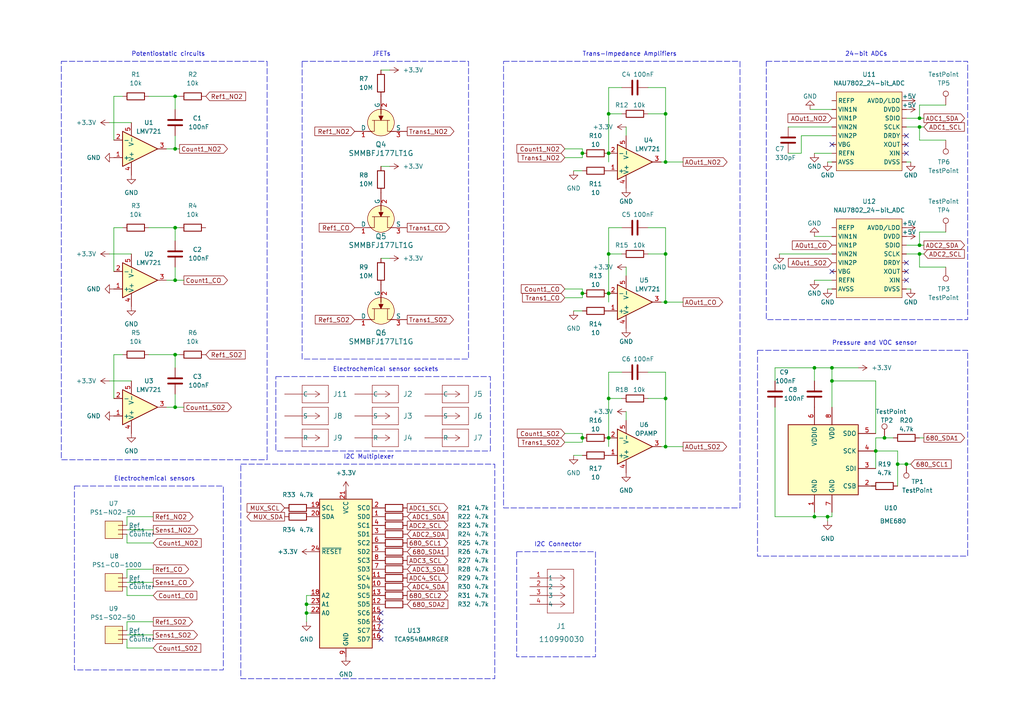
<source format=kicad_sch>
(kicad_sch (version 20230121) (generator eeschema)
  (paper "A4")
  (junction (at 176.53 44.45))
  (junction (at 193.04 115.57))
  (junction (at 256.54 127))
  (junction (at 193.04 129.54))
  (junction (at 262.89 134.62))
  (junction (at 193.04 73.66))
  (junction (at 88.9 177.8))
  (junction (at 241.3 106.68))
  (junction (at 88.9 175.26))
  (junction (at 266.7 34.29))
  (junction (at 240.03 149.86))
  (junction (at 168.91 127))
  (junction (at 50.8 43.18))
  (junction (at 254 130.81))
  (junction (at 50.8 81.28))
  (junction (at 236.22 106.68))
  (junction (at 260.35 134.62))
  (junction (at 176.53 73.66))
  (junction (at 50.8 102.87))
  (junction (at 266.7 71.12))
  (junction (at 236.22 149.86))
  (junction (at 193.04 87.63))
  (junction (at 168.91 85.09))
  (junction (at 266.7 36.83))
  (junction (at 50.8 66.04))
  (junction (at 193.04 33.02))
  (junction (at 176.53 127))
  (junction (at 176.53 115.57))
  (junction (at 50.8 27.94))
  (junction (at 50.8 118.11))
  (junction (at 168.91 44.45))
  (junction (at 176.53 85.09))
  (junction (at 266.7 73.66))
  (junction (at 193.04 46.99))
  (junction (at 241.3 110.49))
  (junction (at 176.53 33.02))
  (no_connect (at 241.3 78.74))
  (no_connect (at 262.89 78.74))
  (no_connect (at 262.89 81.28))
  (no_connect (at 262.89 76.2))
  (no_connect (at 262.89 39.37))
  (no_connect (at 241.3 41.91))
  (no_connect (at 262.89 41.91))
  (no_connect (at 262.89 44.45))
  (no_connect (at 110.49 177.8))
  (no_connect (at 110.49 182.88))
  (no_connect (at 110.49 185.42))
  (no_connect (at 110.49 180.34))
  (wire (pts (xy 266.7 36.83) (xy 262.89 36.83)))
  (wire (pts (xy 50.8 66.04) (xy 50.8 69.85)))
  (wire (pts (xy 36.83 184.15) (xy 44.45 184.15)))
  (wire (pts (xy 176.53 115.57) (xy 180.34 115.57)))
  (wire (pts (xy 191.77 87.63) (xy 193.04 87.63)))
  (wire (pts (xy 36.83 153.67) (xy 44.45 153.67)))
  (wire (pts (xy 266.7 71.12) (xy 266.7 67.31)))
  (wire (pts (xy 33.02 66.04) (xy 35.56 66.04)))
  (wire (pts (xy 163.83 45.72) (xy 168.91 45.72)))
  (wire (pts (xy 50.8 27.94) (xy 52.07 27.94)))
  (wire (pts (xy 266.7 77.47) (xy 266.7 73.66)))
  (wire (pts (xy 33.02 102.87) (xy 35.56 102.87)))
  (wire (pts (xy 163.83 86.36) (xy 168.91 86.36)))
  (wire (pts (xy 266.7 73.66) (xy 262.89 73.66)))
  (wire (pts (xy 193.04 46.99) (xy 198.12 46.99)))
  (wire (pts (xy 33.02 115.57) (xy 33.02 102.87)))
  (wire (pts (xy 254 127) (xy 256.54 127)))
  (wire (pts (xy 88.9 172.72) (xy 88.9 175.26)))
  (wire (pts (xy 180.34 66.04) (xy 176.53 66.04)))
  (wire (pts (xy 266.7 30.48) (xy 274.32 30.48)))
  (wire (pts (xy 50.8 102.87) (xy 50.8 106.68)))
  (wire (pts (xy 36.83 154.94) (xy 36.83 157.48)))
  (wire (pts (xy 266.7 34.29) (xy 262.89 34.29)))
  (wire (pts (xy 50.8 118.11) (xy 53.34 118.11)))
  (wire (pts (xy 266.7 34.29) (xy 266.7 30.48)))
  (wire (pts (xy 187.96 25.4) (xy 193.04 25.4)))
  (wire (pts (xy 48.26 118.11) (xy 50.8 118.11)))
  (wire (pts (xy 176.53 46.99) (xy 176.53 44.45)))
  (wire (pts (xy 266.7 67.31) (xy 274.32 67.31)))
  (wire (pts (xy 163.83 128.27) (xy 168.91 128.27)))
  (wire (pts (xy 43.18 66.04) (xy 50.8 66.04)))
  (wire (pts (xy 88.9 175.26) (xy 90.17 175.26)))
  (wire (pts (xy 224.79 118.11) (xy 224.79 149.86)))
  (wire (pts (xy 240.03 149.86) (xy 240.03 151.13)))
  (wire (pts (xy 168.91 45.72) (xy 168.91 44.45)))
  (wire (pts (xy 262.89 83.82) (xy 264.16 83.82)))
  (wire (pts (xy 36.83 187.96) (xy 44.45 187.96)))
  (wire (pts (xy 163.83 43.18) (xy 168.91 43.18)))
  (wire (pts (xy 193.04 107.95) (xy 193.04 115.57)))
  (wire (pts (xy 50.8 77.47) (xy 50.8 81.28)))
  (wire (pts (xy 224.79 149.86) (xy 236.22 149.86)))
  (wire (pts (xy 224.79 106.68) (xy 236.22 106.68)))
  (wire (pts (xy 36.83 167.64) (xy 36.83 165.1)))
  (wire (pts (xy 36.83 149.86) (xy 44.45 149.86)))
  (wire (pts (xy 236.22 149.86) (xy 240.03 149.86)))
  (wire (pts (xy 36.83 172.72) (xy 44.45 172.72)))
  (wire (pts (xy 50.8 43.18) (xy 52.07 43.18)))
  (wire (pts (xy 168.91 43.18) (xy 168.91 44.45)))
  (wire (pts (xy 267.97 71.12) (xy 266.7 71.12)))
  (wire (pts (xy 232.41 44.45) (xy 232.41 39.37)))
  (wire (pts (xy 187.96 107.95) (xy 193.04 107.95)))
  (wire (pts (xy 236.22 68.58) (xy 241.3 68.58)))
  (wire (pts (xy 241.3 148.59) (xy 241.3 149.86)))
  (wire (pts (xy 267.97 73.66) (xy 266.7 73.66)))
  (wire (pts (xy 187.96 33.02) (xy 193.04 33.02)))
  (wire (pts (xy 260.35 140.97) (xy 260.35 134.62)))
  (wire (pts (xy 176.53 44.45) (xy 176.53 33.02)))
  (wire (pts (xy 228.6 36.83) (xy 241.3 36.83)))
  (wire (pts (xy 228.6 44.45) (xy 232.41 44.45)))
  (wire (pts (xy 254 125.73) (xy 254 110.49)))
  (wire (pts (xy 166.37 90.17) (xy 168.91 90.17)))
  (wire (pts (xy 241.3 149.86) (xy 240.03 149.86)))
  (wire (pts (xy 254 127) (xy 254 130.81)))
  (wire (pts (xy 48.26 43.18) (xy 50.8 43.18)))
  (wire (pts (xy 113.03 48.26) (xy 110.49 48.26)))
  (wire (pts (xy 50.8 27.94) (xy 50.8 31.75)))
  (wire (pts (xy 43.18 27.94) (xy 50.8 27.94)))
  (wire (pts (xy 176.53 127) (xy 176.53 115.57)))
  (wire (pts (xy 176.53 25.4) (xy 176.53 33.02)))
  (wire (pts (xy 266.7 71.12) (xy 262.89 71.12)))
  (wire (pts (xy 274.32 40.64) (xy 266.7 40.64)))
  (wire (pts (xy 187.96 66.04) (xy 193.04 66.04)))
  (wire (pts (xy 176.53 87.63) (xy 176.53 85.09)))
  (wire (pts (xy 88.9 177.8) (xy 90.17 177.8)))
  (wire (pts (xy 191.77 46.99) (xy 193.04 46.99)))
  (wire (pts (xy 176.53 129.54) (xy 176.53 127)))
  (wire (pts (xy 50.8 66.04) (xy 52.07 66.04)))
  (wire (pts (xy 36.83 157.48) (xy 44.45 157.48)))
  (wire (pts (xy 240.03 46.99) (xy 241.3 46.99)))
  (wire (pts (xy 254 130.81) (xy 260.35 130.81)))
  (wire (pts (xy 252.73 140.97) (xy 254 140.97)))
  (wire (pts (xy 180.34 25.4) (xy 176.53 25.4)))
  (wire (pts (xy 193.04 66.04) (xy 193.04 73.66)))
  (wire (pts (xy 36.83 180.34) (xy 44.45 180.34)))
  (wire (pts (xy 236.22 44.45) (xy 241.3 44.45)))
  (wire (pts (xy 113.03 74.93) (xy 110.49 74.93)))
  (wire (pts (xy 50.8 39.37) (xy 50.8 43.18)))
  (wire (pts (xy 180.34 107.95) (xy 176.53 107.95)))
  (wire (pts (xy 166.37 49.53) (xy 168.91 49.53)))
  (wire (pts (xy 181.61 80.01) (xy 181.61 77.47)))
  (wire (pts (xy 266.7 127) (xy 267.97 127)))
  (wire (pts (xy 176.53 73.66) (xy 180.34 73.66)))
  (wire (pts (xy 166.37 132.08) (xy 168.91 132.08)))
  (wire (pts (xy 168.91 128.27) (xy 168.91 127)))
  (wire (pts (xy 31.75 73.66) (xy 38.1 73.66)))
  (wire (pts (xy 43.18 102.87) (xy 50.8 102.87)))
  (wire (pts (xy 241.3 110.49) (xy 241.3 106.68)))
  (wire (pts (xy 31.75 110.49) (xy 38.1 110.49)))
  (wire (pts (xy 256.54 127) (xy 259.08 127)))
  (wire (pts (xy 181.61 121.92) (xy 181.61 119.38)))
  (wire (pts (xy 50.8 114.3) (xy 50.8 118.11)))
  (wire (pts (xy 168.91 83.82) (xy 168.91 85.09)))
  (wire (pts (xy 36.83 168.91) (xy 44.45 168.91)))
  (wire (pts (xy 241.3 106.68) (xy 248.92 106.68)))
  (wire (pts (xy 193.04 87.63) (xy 198.12 87.63)))
  (wire (pts (xy 236.22 81.28) (xy 241.3 81.28)))
  (wire (pts (xy 224.79 110.49) (xy 224.79 106.68)))
  (wire (pts (xy 36.83 165.1) (xy 44.45 165.1)))
  (wire (pts (xy 176.53 33.02) (xy 180.34 33.02)))
  (wire (pts (xy 168.91 125.73) (xy 168.91 127)))
  (wire (pts (xy 254 110.49) (xy 241.3 110.49)))
  (wire (pts (xy 113.03 20.32) (xy 110.49 20.32)))
  (wire (pts (xy 50.8 102.87) (xy 52.07 102.87)))
  (wire (pts (xy 163.83 125.73) (xy 168.91 125.73)))
  (wire (pts (xy 36.83 152.4) (xy 36.83 149.86)))
  (wire (pts (xy 260.35 130.81) (xy 260.35 134.62)))
  (wire (pts (xy 168.91 86.36) (xy 168.91 85.09)))
  (wire (pts (xy 226.06 73.66) (xy 241.3 73.66)))
  (wire (pts (xy 33.02 27.94) (xy 35.56 27.94)))
  (wire (pts (xy 240.03 83.82) (xy 241.3 83.82)))
  (wire (pts (xy 193.04 115.57) (xy 193.04 129.54)))
  (wire (pts (xy 260.35 134.62) (xy 262.89 134.62)))
  (wire (pts (xy 266.7 40.64) (xy 266.7 36.83)))
  (wire (pts (xy 236.22 110.49) (xy 236.22 106.68)))
  (wire (pts (xy 33.02 40.64) (xy 33.02 27.94)))
  (wire (pts (xy 181.61 39.37) (xy 181.61 36.83)))
  (wire (pts (xy 48.26 81.28) (xy 50.8 81.28)))
  (wire (pts (xy 262.89 134.62) (xy 264.16 134.62)))
  (wire (pts (xy 241.3 118.11) (xy 241.3 110.49)))
  (wire (pts (xy 31.75 35.56) (xy 38.1 35.56)))
  (wire (pts (xy 36.83 185.42) (xy 36.83 187.96)))
  (wire (pts (xy 236.22 106.68) (xy 241.3 106.68)))
  (wire (pts (xy 193.04 129.54) (xy 198.12 129.54)))
  (wire (pts (xy 187.96 115.57) (xy 193.04 115.57)))
  (wire (pts (xy 236.22 148.59) (xy 236.22 149.86)))
  (wire (pts (xy 267.97 36.83) (xy 266.7 36.83)))
  (wire (pts (xy 36.83 170.18) (xy 36.83 172.72)))
  (wire (pts (xy 36.83 182.88) (xy 36.83 180.34)))
  (wire (pts (xy 88.9 175.26) (xy 88.9 177.8)))
  (wire (pts (xy 163.83 83.82) (xy 168.91 83.82)))
  (wire (pts (xy 90.17 172.72) (xy 88.9 172.72)))
  (wire (pts (xy 191.77 129.54) (xy 193.04 129.54)))
  (wire (pts (xy 267.97 34.29) (xy 266.7 34.29)))
  (wire (pts (xy 193.04 33.02) (xy 193.04 46.99)))
  (wire (pts (xy 254 130.81) (xy 254 135.89)))
  (wire (pts (xy 176.53 107.95) (xy 176.53 115.57)))
  (wire (pts (xy 193.04 25.4) (xy 193.04 33.02)))
  (wire (pts (xy 50.8 81.28) (xy 53.34 81.28)))
  (wire (pts (xy 232.41 39.37) (xy 241.3 39.37)))
  (wire (pts (xy 33.02 78.74) (xy 33.02 66.04)))
  (wire (pts (xy 88.9 177.8) (xy 88.9 180.34)))
  (wire (pts (xy 187.96 73.66) (xy 193.04 73.66)))
  (wire (pts (xy 176.53 66.04) (xy 176.53 73.66)))
  (wire (pts (xy 176.53 85.09) (xy 176.53 73.66)))
  (wire (pts (xy 264.16 46.99) (xy 262.89 46.99)))
  (wire (pts (xy 234.95 31.75) (xy 241.3 31.75)))
  (wire (pts (xy 193.04 73.66) (xy 193.04 87.63)))
  (wire (pts (xy 274.32 77.47) (xy 266.7 77.47)))
  (rectangle (start 222.25 17.78) (end 280.67 92.71) (stroke (width 0) (type dash)))
  (rectangle (start 87.63 17.78) (end 135.89 104.14) (stroke (width 0) (type dash)))
  (rectangle (start 17.78 17.78) (end 77.47 133.35) (stroke (width 0) (type dash)))
  (rectangle (start 219.71 101.6) (end 280.67 161.29) (stroke (width 0) (type dash)))
  (rectangle (start 21.59 140.97) (end 64.77 194.31) (stroke (width 0) (type dash)))
  (rectangle (start 69.85 134.62) (end 143.51 196.85) (stroke (width 0) (type dash)))
  (rectangle (start 149.86 160.02) (end 172.72 190.5) (stroke (width 0) (type dash)))
  (rectangle (start 80.01 109.22) (end 142.24 130.81) (stroke (width 0) (type dash)))
  (rectangle (start 146.05 17.78) (end 214.63 147.32) (stroke (width 0) (type dash)))
  (text "Electrochemical sensors\n" (at 33.02 139.7 0) (effects (font (size 1.27 1.27)) (justify left bottom)))
  (text "I2C Connector" (at 154.94 158.75 0) (effects (font (size 1.27 1.27)) (justify left bottom)))
  (text "JFETs" (at 107.95 16.51 0) (effects (font (size 1.27 1.27)) (justify left bottom)))
  (text "Electrochemical sensor sockets" (at 96.52 107.95 0) (effects (font (size 1.27 1.27)) (justify left bottom)))
  (text "24-bit ADCs" (at 245.11 16.51 0) (effects (font (size 1.27 1.27)) (justify left bottom)))
  (text "Potentiostatic circuits\n" (at 38.1 16.51 0) (effects (font (size 1.27 1.27)) (justify left bottom)))
  (text "I2C Multiplexer" (at 114.3 133.35 0) (effects (font (size 1.27 1.27)) (justify right bottom)))
  (text "Pressure and VOC sensor" (at 241.3 100.33 0) (effects (font (size 1.27 1.27)) (justify left bottom)))
  (text "Trans-Impedance Amplifiers\n" (at 168.91 16.51 0) (effects (font (size 1.27 1.27)) (justify left bottom)))
  (global_label "Ref1_NO2" (shape input) (at 59.69 27.94 0) (property "Intersheetrefs" "${INTERSHEET_REFS}" (effects hide)))
  (global_label "ADC3_SDA" (shape input) (at 118.11 165.1 0) (property "Intersheetrefs" "${INTERSHEET_REFS}" (effects hide)))
  (global_label "Trans1_SO2" (shape input) (at 163.83 128.27 180) (property "Intersheetrefs" "${INTERSHEET_REFS}" (effects hide)))
  (global_label "ADC1_SCL" (shape input) (at 267.97 36.83 0) (property "Intersheetrefs" "${INTERSHEET_REFS}" (effects hide)))
  (global_label "Ref1_NO2" (shape output) (at 44.45 149.86 0) (property "Intersheetrefs" "${INTERSHEET_REFS}" (effects hide)))
  (global_label "680_SDA1" (shape input) (at 118.11 160.02 0) (property "Intersheetrefs" "${INTERSHEET_REFS}" (effects hide)))
  (global_label "ADC2_SCL" (shape input) (at 267.97 73.66 0) (property "Intersheetrefs" "${INTERSHEET_REFS}" (effects hide)))
  (global_label "ADC2_SCL" (shape output) (at 118.11 152.4 0) (property "Intersheetrefs" "${INTERSHEET_REFS}" (effects hide)))
  (global_label "Count1_CO" (shape output) (at 53.34 81.28 0) (property "Intersheetrefs" "${INTERSHEET_REFS}" (effects hide)))
  (global_label "Ref1_SO2" (shape input) (at 102.87 92.71 180) (property "Intersheetrefs" "${INTERSHEET_REFS}" (effects hide)))
  (global_label "Ref1_CO" (shape output) (at 44.45 165.1 0) (property "Intersheetrefs" "${INTERSHEET_REFS}" (effects hide)))
  (global_label "Trans1_CO" (shape input) (at 163.83 86.36 180) (property "Intersheetrefs" "${INTERSHEET_REFS}" (effects hide)))
  (global_label "Trans1_SO2" (shape output) (at 118.11 92.71 0) (property "Intersheetrefs" "${INTERSHEET_REFS}" (effects hide)))
  (global_label "AOut1_SO2" (shape output) (at 198.12 129.54 0) (property "Intersheetrefs" "${INTERSHEET_REFS}" (effects hide)))
  (global_label "680_SDA1" (shape output) (at 267.97 127 0) (property "Intersheetrefs" "${INTERSHEET_REFS}" (effects hide)))
  (global_label "ADC2_SDA" (shape output) (at 267.97 71.12 0) (property "Intersheetrefs" "${INTERSHEET_REFS}" (effects hide)))
  (global_label "680_SCL2" (shape output) (at 118.11 172.72 0) (property "Intersheetrefs" "${INTERSHEET_REFS}" (effects hide)))
  (global_label "Count1_SO2" (shape input) (at 163.83 125.73 180) (property "Intersheetrefs" "${INTERSHEET_REFS}" (effects hide)))
  (global_label "Ref1_CO" (shape input) (at 102.87 66.04 180) (property "Intersheetrefs" "${INTERSHEET_REFS}" (effects hide)))
  (global_label "ADC1_SCL" (shape output) (at 118.11 147.32 0) (property "Intersheetrefs" "${INTERSHEET_REFS}" (effects hide)))
  (global_label "ADC4_SDA" (shape input) (at 118.11 170.18 0) (property "Intersheetrefs" "${INTERSHEET_REFS}" (effects hide)))
  (global_label "MUX_SDA" (shape output) (at 82.55 149.86 180) (property "Intersheetrefs" "${INTERSHEET_REFS}" (effects hide)))
  (global_label "AOut1_CO" (shape output) (at 198.12 87.63 0) (property "Intersheetrefs" "${INTERSHEET_REFS}" (effects hide)))
  (global_label "ADC4_SCL" (shape output) (at 118.11 167.64 0) (property "Intersheetrefs" "${INTERSHEET_REFS}" (effects hide)))
  (global_label "ADC1_SDA" (shape input) (at 118.11 149.86 0) (property "Intersheetrefs" "${INTERSHEET_REFS}" (effects hide)))
  (global_label "Count1_CO" (shape input) (at 44.45 172.72 0) (property "Intersheetrefs" "${INTERSHEET_REFS}" (effects hide)))
  (global_label "680_SDA2" (shape input) (at 118.11 175.26 0) (property "Intersheetrefs" "${INTERSHEET_REFS}" (effects hide)))
  (global_label "Sens1_NO2" (shape output) (at 44.45 153.67 0) (property "Intersheetrefs" "${INTERSHEET_REFS}" (effects hide)))
  (global_label "ADC2_SDA" (shape input) (at 118.11 154.94 0) (property "Intersheetrefs" "${INTERSHEET_REFS}" (effects hide)))
  (global_label "Trans1_NO2" (shape output) (at 118.11 38.1 0) (property "Intersheetrefs" "${INTERSHEET_REFS}" (effects hide)))
  (global_label "ADC3_SCL" (shape output) (at 118.11 162.56 0) (property "Intersheetrefs" "${INTERSHEET_REFS}" (effects hide)))
  (global_label "Sens1_CO" (shape output) (at 44.45 168.91 0) (property "Intersheetrefs" "${INTERSHEET_REFS}" (effects hide)))
  (global_label "680_SCL1" (shape input) (at 264.16 134.62 0) (property "Intersheetrefs" "${INTERSHEET_REFS}" (effects hide)))
  (global_label "680_SCL1" (shape output) (at 118.11 157.48 0) (property "Intersheetrefs" "${INTERSHEET_REFS}" (effects hide)))
  (global_label "AOut1_SO2" (shape input) (at 241.3 76.2 180) (property "Intersheetrefs" "${INTERSHEET_REFS}" (effects hide)))
  (global_label "AOut1_CO" (shape input) (at 241.3 71.12 180) (property "Intersheetrefs" "${INTERSHEET_REFS}" (effects hide)))
  (global_label "Count1_NO2" (shape input) (at 163.83 43.18 180) (property "Intersheetrefs" "${INTERSHEET_REFS}" (effects hide)))
  (global_label "Count1_NO2" (shape output) (at 52.07 43.18 0) (property "Intersheetrefs" "${INTERSHEET_REFS}" (effects hide)))
  (global_label "Count1_SO2" (shape output) (at 53.34 118.11 0) (property "Intersheetrefs" "${INTERSHEET_REFS}" (effects hide)))
  (global_label "AOut1_NO2" (shape output) (at 198.12 46.99 0) (property "Intersheetrefs" "${INTERSHEET_REFS}" (effects hide)))
  (global_label "Ref1_NO2" (shape input) (at 102.87 38.1 180) (property "Intersheetrefs" "${INTERSHEET_REFS}" (effects hide)))
  (global_label "Ref1_SO2" (shape input) (at 59.69 102.87 0) (property "Intersheetrefs" "${INTERSHEET_REFS}" (effects hide)))
  (global_label "Trans1_NO2" (shape input) (at 163.83 45.72 180) (property "Intersheetrefs" "${INTERSHEET_REFS}" (effects hide)))
  (global_label "Count1_SO2" (shape input) (at 44.45 187.96 0) (property "Intersheetrefs" "${INTERSHEET_REFS}" (effects hide)))
  (global_label "AOut1_NO2" (shape input) (at 241.3 34.29 180) (property "Intersheetrefs" "${INTERSHEET_REFS}" (effects hide)))
  (global_label "Count1_NO2" (shape input) (at 44.45 157.48 0) (property "Intersheetrefs" "${INTERSHEET_REFS}" (effects hide)))
  (global_label "Count1_CO" (shape input) (at 163.83 83.82 180) (property "Intersheetrefs" "${INTERSHEET_REFS}" (effects hide)))
  (global_label "MUX_SCL" (shape input) (at 82.55 147.32 180) (property "Intersheetrefs" "${INTERSHEET_REFS}" (effects hide)))
  (global_label "ADC1_SDA" (shape output) (at 267.97 34.29 0) (property "Intersheetrefs" "${INTERSHEET_REFS}" (effects hide)))
  (global_label "Sens1_SO2" (shape output) (at 44.45 184.15 0) (property "Intersheetrefs" "${INTERSHEET_REFS}" (effects hide)))
  (global_label "Ref1_SO2" (shape output) (at 44.45 180.34 0) (property "Intersheetrefs" "${INTERSHEET_REFS}" (effects hide)))
  (global_label "Trans1_CO" (shape output) (at 118.11 66.04 0) (property "Intersheetrefs" "${INTERSHEET_REFS}" (effects hide)))
  (symbol (lib_name "9401-0-15-15-23-27-10-0_3") (lib_id "EChem Socket:9401-0-15-15-23-27-10-0") (at 82.55 127 0) (unit 1)
    (property "Reference" "J9" (at 96.52 127 0) (effects (font (size 1.524 1.524)) (justify left)))
    (property "Value" "9401-0-15-15-23-27-10-0" (effects hide))
    (property "Footprint" "CONN_0384-0-67-80-23-27-10-0_MIM" (effects hide))
    (property "Datasheet" "9401-0-15-15-23-27-10-0" (effects hide))
  )
  (symbol (lib_id "Connector:TestPoint") (at 274.32 40.64 0) (mirror x) (unit 1)
    (property "Reference" "TP6" (at 275.59 46.99 0) (effects (justify right)))
    (property "Value" "TestPoint" (at 278.13 49.53 0) (effects (justify right)))
  )
  (symbol (lib_id "pspice:OPAMP") (at 184.15 87.63 0) (mirror x) (unit 1)
    (property "Reference" "U5" (at 185.42 81.28 0) (effects (justify left)))
    (property "Value" "LMV721" (at 184.15 83.82 0) (effects (justify left)))
  )
  (symbol (lib_id "dk_Transistors-JFETs:J175-D26Z") (at 110.49 90.17 270) (unit 1)
    (property "Reference" "Q6" (at 110.49 96.52 90) (effects (font (size 1.524 1.524))))
    (property "Value" "SMMBFJ177LT1G" (at 110.49 99.06 90) (effects (font (size 1.524 1.524))))
    (property "Footprint" "digikey-footprints:TO-92-3_Formed_Leads" (effects hide))
    (property "Datasheet" "https://www.onsemi.com/pub/Collateral/J175-D.PDF" (effects hide))
    (property "Digi-Key_PN" "J175-D26ZCT-ND" (effects hide))
    (property "MPN" "J175-D26Z" (effects hide))
    (property "Category" "Discrete Semiconductor Products" (effects hide))
    (property "Family" "Transistors - JFETs" (effects hide))
    (property "DK_Datasheet_Link" "https://www.onsemi.com/pub/Collateral/J175-D.PDF" (effects hide))
    (property "DK_Detail_Page" "/product-detail/en/on-semiconductor/J175-D26Z/J175-D26ZCT-ND/3504321" (effects hide))
    (property "Description" "JFET P-CH 30V 0.35W TO92" (effects hide))
    (property "Manufacturer" "ON Semiconductor" (effects hide))
    (property "Status" "Active" (effects hide))
  )
  (symbol (lib_name "GND_3") (lib_id "power:GND") (at 88.9 180.34 0) (unit 1)
    (property "Reference" "#PWR015" (effects hide))
    (property "Value" "GND" (at 88.9 185.42 0))
  )
  (symbol (lib_id "pspice:OPAMP") (at 40.64 81.28 0) (mirror x) (unit 1)
    (property "Reference" "U2" (at 43.18 73.66 0))
    (property "Value" "LMV721" (at 43.18 76.2 0))
  )
  (symbol (lib_id "Device:R") (at 184.15 73.66 270) (unit 1)
    (property "Reference" "R15" (at 180.34 71.12 90))
    (property "Value" "10k" (at 185.42 71.12 90))
  )
  (symbol (lib_id "Device:R") (at 172.72 49.53 270) (unit 1)
    (property "Reference" "R11" (at 172.72 53.34 90))
    (property "Value" "10" (at 172.72 55.88 90))
  )
  (symbol (lib_id "power:GND") (at 264.16 46.99 0) (unit 1)
    (property "Reference" "#PWR0112" (effects hide))
    (property "Value" "GND" (at 264.16 50.8 0))
  )
  (symbol (lib_id "Device:R") (at 172.72 90.17 270) (unit 1)
    (property "Reference" "R14" (at 172.72 93.98 90))
    (property "Value" "10" (at 172.72 96.52 90))
  )
  (symbol (lib_id "power:+3.3V") (at 181.61 77.47 90) (mirror x) (unit 1)
    (property "Reference" "#PWR050" (effects hide))
    (property "Value" "+3.3V" (at 177.8 77.4699 90) (effects (justify left)))
  )
  (symbol (lib_id "Device:R") (at 262.89 127 270) (unit 1)
    (property "Reference" "R20" (at 262.89 121.92 90))
    (property "Value" "4.7k" (at 262.89 124.46 90))
  )
  (symbol (lib_id "110990030:110990030") (at 153.67 167.64 0) (unit 1)
    (property "Reference" "J1" (at 161.29 181.61 0) (effects (font (size 1.524 1.524)) (justify left)))
    (property "Value" "110990030" (at 156.21 185.42 0) (effects (font (size 1.524 1.524)) (justify left)))
    (property "Footprint" "CONN_110990030_SEE" (effects hide))
    (property "Datasheet" "110990030" (effects hide))
  )
  (symbol (lib_id "Device:R") (at 114.3 172.72 270) (unit 1)
    (property "Reference" "R31" (at 134.62 172.72 90))
    (property "Value" "4.7k" (at 139.7 172.72 90))
  )
  (symbol (lib_id "power:GND") (at 226.06 73.66 0) (unit 1)
    (property "Reference" "#PWR0122" (effects hide))
    (property "Value" "GND" (at 226.06 77.47 0))
  )
  (symbol (lib_id "power:GND") (at 236.22 44.45 0) (unit 1)
    (property "Reference" "#PWR0115" (effects hide))
    (property "Value" "GND" (at 236.22 48.26 0))
  )
  (symbol (lib_id "power:GND") (at 166.37 132.08 0) (unit 1)
    (property "Reference" "#PWR0123" (effects hide))
    (property "Value" "GND" (at 166.37 137.16 0))
  )
  (symbol (lib_id "Sensor:BME680") (at 238.76 133.35 0) (unit 1)
    (property "Reference" "U10" (at 260.35 147.32 0) (effects (justify right)))
    (property "Value" "BME680" (at 262.89 151.13 0) (effects (justify right)))
    (property "Footprint" "Package_LGA:Bosch_LGA-8_3x3mm_P0.8mm_ClockwisePinNumbering" (effects hide))
    (property "Datasheet" "https://ae-bst.resource.bosch.com/media/_tech/media/datasheets/BST-BME680-DS001.pdf" (effects hide))
  )
  (symbol (lib_id "power:+3.3V") (at 113.03 74.93 270) (unit 1)
    (property "Reference" "#PWR048" (effects hide))
    (property "Value" "+3.3V" (at 116.84 74.9299 90) (effects (justify left)))
  )
  (symbol (lib_id "Connector:TestPoint") (at 274.32 30.48 0) (unit 1)
    (property "Reference" "TP5" (at 275.59 24.13 0) (effects (justify right)))
    (property "Value" "TestPoint" (at 278.13 21.59 0) (effects (justify right)))
  )
  (symbol (lib_id "pspice:OPAMP") (at 40.64 118.11 0) (mirror x) (unit 1)
    (property "Reference" "U3" (at 43.18 110.49 0))
    (property "Value" "LMV721" (at 43.18 113.03 0))
  )
  (symbol (lib_id "Device:R") (at 39.37 27.94 270) (unit 1)
    (property "Reference" "R1" (at 39.37 21.59 90))
    (property "Value" "10k" (at 39.37 24.13 90))
  )
  (symbol (lib_id "Device:C") (at 50.8 73.66 0) (unit 1)
    (property "Reference" "C2" (at 55.88 72.39 0) (effects (justify left)))
    (property "Value" "100nF" (at 54.61 74.93 0) (effects (justify left)))
  )
  (symbol (lib_id "Device:R") (at 39.37 66.04 270) (unit 1)
    (property "Reference" "R3" (at 39.37 59.69 90))
    (property "Value" "10k" (at 39.37 62.23 90))
  )
  (symbol (lib_id "Interface_Expansion:TCA9548AMRGER") (at 100.33 165.1 0) (unit 1)
    (property "Reference" "U13" (at 118.11 182.88 0) (effects (justify left)))
    (property "Value" "TCA9548AMRGER" (at 114.3 185.42 0) (effects (justify left)))
    (property "Footprint" "Package_DFN_QFN:Texas_RGE0024C_VQFN-24-1EP_4x4mm_P0.5mm_EP2.1x2.1mm" (effects hide))
    (property "Datasheet" "http://www.ti.com/lit/ds/symlink/tca9548a.pdf" (effects hide))
  )
  (symbol (lib_id "Connector:TestPoint") (at 274.32 67.31 0) (unit 1)
    (property "Reference" "TP4" (at 275.59 60.96 0) (effects (justify right)))
    (property "Value" "TestPoint" (at 278.13 58.42 0) (effects (justify right)))
  )
  (symbol (lib_id "Device:R") (at 114.3 154.94 270) (unit 1)
    (property "Reference" "R24" (at 134.62 154.94 90))
    (property "Value" "4.7k" (at 139.7 154.94 90))
  )
  (symbol (lib_name "PS1-CO-1000_1") (lib_id "ElectrochemcialSensors:PS1-CO-1000") (at 35.56 171.45 90) (unit 1)
    (property "Reference" "U8" (at 31.75 161.29 90) (effects (justify right)))
    (property "Value" "PS1-CO-1000" (at 26.67 163.83 90) (effects (justify right)))
  )
  (symbol (lib_id "power:GND") (at 236.22 81.28 0) (unit 1)
    (property "Reference" "#PWR0120" (effects hide))
    (property "Value" "GND" (at 236.22 85.09 0))
  )
  (symbol (lib_id "power:GND") (at 33.02 83.82 270) (unit 1)
    (property "Reference" "#PWR0132" (effects hide))
    (property "Value" "GND" (at 29.21 83.8199 90) (effects (justify right)))
  )
  (symbol (lib_name "9401-0-15-15-23-27-10-0_1") (lib_id "EChem Socket:9401-0-15-15-23-27-10-0") (at 102.87 114.3 0) (unit 1)
    (property "Reference" "J2" (at 116.84 114.3 0) (effects (font (size 1.524 1.524)) (justify left)))
    (property "Value" "9401-0-15-15-23-27-10-0" (effects hide))
    (property "Footprint" "CONN_0384-0-67-80-23-27-10-0_MIM" (effects hide))
    (property "Datasheet" "9401-0-15-15-23-27-10-0" (effects hide))
  )
  (symbol (lib_id "power:GND") (at 181.61 137.16 0) (unit 1)
    (property "Reference" "#PWR0124" (effects hide))
    (property "Value" "GND" (at 181.61 142.24 0))
  )
  (symbol (lib_id "power:GND") (at 240.03 83.82 0) (unit 1)
    (property "Reference" "#PWR0119" (effects hide))
    (property "Value" "GND" (at 240.03 87.63 0))
  )
  (symbol (lib_name "9401-0-15-15-23-27-10-0_2") (lib_id "EChem Socket:9401-0-15-15-23-27-10-0") (at 123.19 120.65 0) (unit 1)
    (property "Reference" "J6" (at 137.16 120.65 0) (effects (font (size 1.524 1.524)) (justify left)))
    (property "Value" "9401-0-15-15-23-27-10-0" (effects hide))
    (property "Footprint" "CONN_0384-0-67-80-23-27-10-0_MIM" (effects hide))
    (property "Datasheet" "9401-0-15-15-23-27-10-0" (effects hide))
  )
  (symbol (lib_id "Device:R") (at 256.54 140.97 270) (unit 1)
    (property "Reference" "R19" (at 256.54 134.62 90))
    (property "Value" "4.7k" (at 256.54 137.16 90))
  )
  (symbol (lib_id "Device:R") (at 39.37 102.87 270) (unit 1)
    (property "Reference" "R5" (at 39.37 96.52 90))
    (property "Value" "10k" (at 39.37 99.06 90))
  )
  (symbol (lib_id "Device:C") (at 184.15 107.95 270) (unit 1)
    (property "Reference" "C6" (at 181.61 104.14 90))
    (property "Value" "100nF" (at 186.69 104.14 90))
  )
  (symbol (lib_id "Device:R") (at 86.36 147.32 270) (unit 1)
    (property "Reference" "R33" (at 83.82 143.51 90))
    (property "Value" "4.7k" (at 88.9 143.51 90))
  )
  (symbol (lib_id "power:GND") (at 33.02 120.65 270) (unit 1)
    (property "Reference" "#PWR0130" (effects hide))
    (property "Value" "GND" (at 29.21 120.6499 90) (effects (justify right)))
  )
  (symbol (lib_id "power:+3.3V") (at 181.61 119.38 90) (mirror x) (unit 1)
    (property "Reference" "#PWR051" (effects hide))
    (property "Value" "+3.3V" (at 177.8 119.3799 90) (effects (justify left)))
  )
  (symbol (lib_id "Device:R") (at 114.3 167.64 270) (unit 1)
    (property "Reference" "R29" (at 134.62 167.64 90))
    (property "Value" "4.7k" (at 139.7 167.64 90))
  )
  (symbol (lib_id "Device:C") (at 236.22 114.3 0) (unit 1)
    (property "Reference" "C8" (at 228.6 113.03 0) (effects (justify left)))
    (property "Value" "100nF" (at 227.33 115.57 0) (effects (justify left)))
  )
  (symbol (lib_id "power:GND") (at 38.1 125.73 0) (unit 1)
    (property "Reference" "#PWR0131" (effects hide))
    (property "Value" "GND" (at 38.1 130.81 0))
  )
  (symbol (lib_id "Device:R") (at 55.88 27.94 270) (unit 1)
    (property "Reference" "R2" (at 55.88 21.59 90))
    (property "Value" "10k" (at 55.88 24.13 90))
  )
  (symbol (lib_name "NAU7802_24-bit_ADC_1") (lib_id "ADCs:NAU7802_24-bit_ADC") (at 242.57 49.53 0) (unit 1)
    (property "Reference" "U11" (at 252.095 21.59 0))
    (property "Value" "NAU7802_24-bit_ADC" (at 252.095 24.13 0))
  )
  (symbol (lib_id "Device:R") (at 184.15 115.57 270) (unit 1)
    (property "Reference" "R18" (at 180.34 113.03 90))
    (property "Value" "10k" (at 185.42 113.03 90))
  )
  (symbol (lib_name "9401-0-15-15-23-27-10-0_2") (lib_id "EChem Socket:9401-0-15-15-23-27-10-0") (at 102.87 120.65 0) (unit 1)
    (property "Reference" "J3" (at 116.84 120.65 0) (effects (font (size 1.524 1.524)) (justify left)))
    (property "Value" "9401-0-15-15-23-27-10-0" (effects hide))
    (property "Footprint" "CONN_0384-0-67-80-23-27-10-0_MIM" (effects hide))
    (property "Datasheet" "9401-0-15-15-23-27-10-0" (effects hide))
  )
  (symbol (lib_id "Device:R") (at 114.3 152.4 270) (unit 1)
    (property "Reference" "R23" (at 134.62 152.4 90))
    (property "Value" "4.7k" (at 139.7 152.4 90))
  )
  (symbol (lib_id "Device:R") (at 114.3 147.32 270) (unit 1)
    (property "Reference" "R21" (at 134.62 147.32 90))
    (property "Value" "4.7k" (at 139.7 147.32 90))
  )
  (symbol (lib_id "pspice:OPAMP") (at 40.64 43.18 0) (mirror x) (unit 1)
    (property "Reference" "U1" (at 43.18 35.56 0))
    (property "Value" "LMV721" (at 43.18 38.1 0))
  )
  (symbol (lib_id "power:GND") (at 234.95 31.75 0) (mirror x) (unit 1)
    (property "Reference" "#PWR0114" (effects hide))
    (property "Value" "GND" (at 234.95 27.94 0))
  )
  (symbol (lib_id "Connector:TestPoint") (at 256.54 127 0) (unit 1)
    (property "Reference" "TP2" (at 259.08 121.92 0) (effects (justify right)))
    (property "Value" "TestPoint" (at 262.89 119.38 0) (effects (justify right)))
  )
  (symbol (lib_id "Device:C") (at 228.6 40.64 0) (unit 1)
    (property "Reference" "C7" (at 224.79 43.18 0) (effects (justify left)))
    (property "Value" "330pF" (at 224.79 45.72 0) (effects (justify left)))
  )
  (symbol (lib_id "Device:R") (at 172.72 85.09 270) (unit 1)
    (property "Reference" "R13" (at 172.72 80.01 90))
    (property "Value" "10" (at 172.72 82.55 90))
  )
  (symbol (lib_id "power:GND") (at 181.61 95.25 0) (unit 1)
    (property "Reference" "#PWR0117" (effects hide))
    (property "Value" "GND" (at 181.61 99.06 0))
  )
  (symbol (lib_id "Device:R") (at 55.88 102.87 270) (unit 1)
    (property "Reference" "R6" (at 55.88 96.52 90))
    (property "Value" "10k" (at 55.88 99.06 90))
  )
  (symbol (lib_id "power:+5V") (at 262.89 68.58 270) (unit 1)
    (property "Reference" "#PWR0111" (effects hide))
    (property "Value" "+5V" (at 261.62 67.31 90) (effects (justify left)))
  )
  (symbol (lib_id "power:GND") (at 236.22 68.58 0) (mirror x) (unit 1)
    (property "Reference" "#PWR0121" (effects hide))
    (property "Value" "GND" (at 236.22 64.77 0))
  )
  (symbol (lib_id "power:GND") (at 38.1 88.9 0) (unit 1)
    (property "Reference" "#PWR0133" (effects hide))
    (property "Value" "GND" (at 38.1 93.98 0))
  )
  (symbol (lib_id "power:GND") (at 181.61 54.61 0) (unit 1)
    (property "Reference" "#PWR0126" (effects hide))
    (property "Value" "GND" (at 181.61 58.42 0))
  )
  (symbol (lib_id "Device:C") (at 224.79 114.3 0) (unit 1)
    (property "Reference" "C9" (at 226.06 107.95 0) (effects (justify left)))
    (property "Value" "100nF" (at 224.79 110.49 0) (effects (justify left)))
  )
  (symbol (lib_id "pspice:OPAMP") (at 184.15 46.99 0) (mirror x) (unit 1)
    (property "Reference" "U4" (at 186.69 40.64 0) (effects (justify left)))
    (property "Value" "LMV721" (at 184.15 43.18 0) (effects (justify left)))
  )
  (symbol (lib_id "power:+3.3V") (at 31.75 73.66 90) (mirror x) (unit 1)
    (property "Reference" "#PWR017" (effects hide))
    (property "Value" "+3.3V" (at 27.94 73.6599 90) (effects (justify left)))
  )
  (symbol (lib_id "ElectrochemcialSensors:PS1-SO2-50") (at 46.99 186.69 90) (unit 1)
    (property "Reference" "U9" (at 34.29 176.53 90) (effects (justify left)))
    (property "Value" "PS1-SO2-50" (at 39.37 179.07 90) (effects (justify left)))
  )
  (symbol (lib_id "Connector:TestPoint") (at 274.32 77.47 0) (mirror x) (unit 1)
    (property "Reference" "TP3" (at 275.59 83.82 0) (effects (justify right)))
    (property "Value" "TestPoint" (at 278.13 86.36 0) (effects (justify right)))
  )
  (symbol (lib_id "dk_Transistors-JFETs:J175-D26Z") (at 110.49 35.56 270) (unit 1)
    (property "Reference" "Q4" (at 110.49 41.91 90) (effects (font (size 1.524 1.524))))
    (property "Value" "SMMBFJ177LT1G" (at 110.49 44.45 90) (effects (font (size 1.524 1.524))))
    (property "Footprint" "digikey-footprints:TO-92-3_Formed_Leads" (effects hide))
    (property "Datasheet" "https://www.onsemi.com/pub/Collateral/J175-D.PDF" (effects hide))
    (property "Digi-Key_PN" "J175-D26ZCT-ND" (effects hide))
    (property "MPN" "J175-D26Z" (effects hide))
    (property "Category" "Discrete Semiconductor Products" (effects hide))
    (property "Family" "Transistors - JFETs" (effects hide))
    (property "DK_Datasheet_Link" "https://www.onsemi.com/pub/Collateral/J175-D.PDF" (effects hide))
    (property "DK_Detail_Page" "/product-detail/en/on-semiconductor/J175-D26Z/J175-D26ZCT-ND/3504321" (effects hide))
    (property "Description" "JFET P-CH 30V 0.35W TO92" (effects hide))
    (property "Manufacturer" "ON Semiconductor" (effects hide))
    (property "Status" "Active" (effects hide))
  )
  (symbol (lib_id "Device:R") (at 172.72 127 270) (unit 1)
    (property "Reference" "R16" (at 172.72 121.92 90))
    (property "Value" "10" (at 172.72 124.46 90))
  )
  (symbol (lib_id "Device:R") (at 172.72 44.45 270) (unit 1)
    (property "Reference" "R10" (at 172.72 39.37 90))
    (property "Value" "10" (at 172.72 41.91 90))
  )
  (symbol (lib_name "GND_1") (lib_id "power:GND") (at 240.03 151.13 0) (unit 1)
    (property "Reference" "#PWR02" (effects hide))
    (property "Value" "GND" (at 240.03 156.21 0))
  )
  (symbol (lib_id "power:+5V") (at 262.89 29.21 270) (unit 1)
    (property "Reference" "#PWR0108" (effects hide))
    (property "Value" "+5V" (at 261.62 27.94 90) (effects (justify left)))
  )
  (symbol (lib_id "power:+3.3V") (at 113.03 20.32 270) (unit 1)
    (property "Reference" "#PWR046" (effects hide))
    (property "Value" "+3.3V" (at 116.84 20.3199 90) (effects (justify left)))
  )
  (symbol (lib_name "+3.3V_2") (lib_id "power:+3.3V") (at 90.17 160.02 90) (unit 1)
    (property "Reference" "#PWR05" (effects hide))
    (property "Value" "+3.3V" (at 86.36 160.02 90) (effects (justify left)))
  )
  (symbol (lib_id "Device:R") (at 110.49 24.13 0) (unit 1)
    (property "Reference" "R7" (at 104.14 22.86 0) (effects (justify left)))
    (property "Value" "10M" (at 104.14 25.4 0) (effects (justify left)))
  )
  (symbol (lib_id "power:+5V") (at 262.89 66.04 270) (unit 1)
    (property "Reference" "#PWR0110" (effects hide))
    (property "Value" "+5V" (at 261.62 64.77 90) (effects (justify left)))
  )
  (symbol (lib_id "Connector:TestPoint") (at 262.89 134.62 0) (mirror x) (unit 1)
    (property "Reference" "TP1" (at 267.97 139.7 0) (effects (justify right)))
    (property "Value" "TestPoint" (at 270.51 142.24 0) (effects (justify right)))
  )
  (symbol (lib_id "pspice:OPAMP") (at 184.15 129.54 0) (mirror x) (unit 1)
    (property "Reference" "U6" (at 185.42 123.19 0) (effects (justify left)))
    (property "Value" "OPAMP" (at 184.15 125.73 0) (effects (justify left)))
  )
  (symbol (lib_name "9401-0-15-15-23-27-10-0_1") (lib_id "EChem Socket:9401-0-15-15-23-27-10-0") (at 123.19 114.3 0) (unit 1)
    (property "Reference" "J5" (at 137.16 114.3 0) (effects (font (size 1.524 1.524)) (justify left)))
    (property "Value" "9401-0-15-15-23-27-10-0" (effects hide))
    (property "Footprint" "CONN_0384-0-67-80-23-27-10-0_MIM" (effects hide))
    (property "Datasheet" "9401-0-15-15-23-27-10-0" (effects hide))
  )
  (symbol (lib_id "power:GND") (at 264.16 83.82 0) (unit 1)
    (property "Reference" "#PWR0109" (effects hide))
    (property "Value" "GND" (at 264.16 87.63 0))
  )
  (symbol (lib_name "9401-0-15-15-23-27-10-0_3") (lib_id "EChem Socket:9401-0-15-15-23-27-10-0") (at 102.87 127 0) (unit 1)
    (property "Reference" "J4" (at 116.84 127 0) (effects (font (size 1.524 1.524)) (justify left)))
    (property "Value" "9401-0-15-15-23-27-10-0" (effects hide))
    (property "Footprint" "CONN_0384-0-67-80-23-27-10-0_MIM" (effects hide))
    (property "Datasheet" "9401-0-15-15-23-27-10-0" (effects hide))
  )
  (symbol (lib_name "GND_2") (lib_id "power:GND") (at 100.33 190.5 0) (unit 1)
    (property "Reference" "#PWR03" (effects hide))
    (property "Value" "GND" (at 100.33 195.58 0))
  )
  (symbol (lib_id "power:+3.3V") (at 31.75 110.49 90) (mirror x) (unit 1)
    (property "Reference" "#PWR045" (effects hide))
    (property "Value" "+3.3V" (at 27.94 110.4899 90) (effects (justify left)))
  )
  (symbol (lib_id "Device:R") (at 55.88 66.04 270) (unit 1)
    (property "Reference" "R4" (at 55.88 59.69 90))
    (property "Value" "10k" (at 55.88 62.23 90))
  )
  (symbol (lib_id "Device:R") (at 114.3 175.26 270) (unit 1)
    (property "Reference" "R32" (at 134.62 175.26 90))
    (property "Value" "4.7k" (at 139.7 175.26 90))
  )
  (symbol (lib_id "power:GND") (at 166.37 90.17 0) (unit 1)
    (property "Reference" "#PWR0118" (effects hide))
    (property "Value" "GND" (at 166.37 95.25 0))
  )
  (symbol (lib_id "Device:R") (at 114.3 160.02 270) (unit 1)
    (property "Reference" "R26" (at 134.62 160.02 90))
    (property "Value" "4.7k" (at 139.7 160.02 90))
  )
  (symbol (lib_id "Device:R") (at 114.3 165.1 270) (unit 1)
    (property "Reference" "R28" (at 134.62 165.1 90))
    (property "Value" "4.7k" (at 139.7 165.1 90))
  )
  (symbol (lib_id "Device:C") (at 50.8 35.56 0) (unit 1)
    (property "Reference" "C1" (at 55.88 34.29 0) (effects (justify left)))
    (property "Value" "100nF" (at 54.61 36.83 0) (effects (justify left)))
  )
  (symbol (lib_id "dk_Transistors-JFETs:J175-D26Z") (at 110.49 63.5 270) (unit 1)
    (property "Reference" "Q5" (at 110.49 68.58 90) (effects (font (size 1.524 1.524))))
    (property "Value" "SMMBFJ177LT1G" (at 110.49 71.12 90) (effects (font (size 1.524 1.524))))
    (property "Footprint" "digikey-footprints:TO-92-3_Formed_Leads" (effects hide))
    (property "Datasheet" "https://www.onsemi.com/pub/Collateral/J175-D.PDF" (effects hide))
    (property "Digi-Key_PN" "J175-D26ZCT-ND" (effects hide))
    (property "MPN" "J175-D26Z" (effects hide))
    (property "Category" "Discrete Semiconductor Products" (effects hide))
    (property "Family" "Transistors - JFETs" (effects hide))
    (property "DK_Datasheet_Link" "https://www.onsemi.com/pub/Collateral/J175-D.PDF" (effects hide))
    (property "DK_Detail_Page" "/product-detail/en/on-semiconductor/J175-D26Z/J175-D26ZCT-ND/3504321" (effects hide))
    (property "Description" "JFET P-CH 30V 0.35W TO92" (effects hide))
    (property "Manufacturer" "ON Semiconductor" (effects hide))
    (property "Status" "Active" (effects hide))
  )
  (symbol (lib_id "power:GND") (at 38.1 50.8 0) (unit 1)
    (property "Reference" "#PWR0127" (effects hide))
    (property "Value" "GND" (at 38.1 55.88 0))
  )
  (symbol (lib_name "+3.3V_1") (lib_id "power:+3.3V") (at 248.92 106.68 270) (unit 1)
    (property "Reference" "#PWR01" (effects hide))
    (property "Value" "+3.3V" (at 252.73 106.68 90) (effects (justify left)))
  )
  (symbol (lib_id "Device:R") (at 114.3 157.48 270) (unit 1)
    (property "Reference" "R25" (at 134.62 157.48 90))
    (property "Value" "4.7k" (at 139.7 157.48 90))
  )
  (symbol (lib_name "9401-0-15-15-23-27-10-0_1") (lib_id "EChem Socket:9401-0-15-15-23-27-10-0") (at 82.55 114.3 0) (unit 1)
    (property "Reference" "J11" (at 96.52 114.3 0) (effects (font (size 1.524 1.524)) (justify left)))
    (property "Value" "9401-0-15-15-23-27-10-0" (effects hide))
    (property "Footprint" "CONN_0384-0-67-80-23-27-10-0_MIM" (effects hide))
    (property "Datasheet" "9401-0-15-15-23-27-10-0" (effects hide))
  )
  (symbol (lib_id "power:+3.3V") (at 31.75 35.56 90) (mirror x) (unit 1)
    (property "Reference" "#PWR016" (effects hide))
    (property "Value" "+3.3V" (at 27.94 35.5599 90) (effects (justify left)))
  )
  (symbol (lib_id "Device:C") (at 50.8 110.49 0) (unit 1)
    (property "Reference" "C3" (at 55.88 109.22 0) (effects (justify left)))
    (property "Value" "100nF" (at 54.61 111.76 0) (effects (justify left)))
  )
  (symbol (lib_id "ElectrochemcialSensors:PS1-NO2-50") (at 33.02 156.21 90) (unit 1)
    (property "Reference" "U7" (at 34.29 146.05 90) (effects (justify left)))
    (property "Value" "PS1-NO2-50" (at 39.37 148.59 90) (effects (justify left)))
  )
  (symbol (lib_id "Device:R") (at 114.3 170.18 270) (unit 1)
    (property "Reference" "R30" (at 134.62 170.18 90))
    (property "Value" "4.7k" (at 139.7 170.18 90))
  )
  (symbol (lib_name "+3.3V_2") (lib_id "power:+3.3V") (at 100.33 142.24 0) (unit 1)
    (property "Reference" "#PWR04" (effects hide))
    (property "Value" "+3.3V" (at 100.33 137.16 0))
  )
  (symbol (lib_id "power:+3.3V") (at 181.61 36.83 90) (mirror x) (unit 1)
    (property "Reference" "#PWR049" (effects hide))
    (property "Value" "+3.3V" (at 177.8 36.8299 90) (effects (justify left)))
  )
  (symbol (lib_id "Device:C") (at 184.15 66.04 270) (unit 1)
    (property "Reference" "C5" (at 181.61 62.23 90))
    (property "Value" "100nF" (at 186.69 62.23 90))
  )
  (symbol (lib_id "Device:R") (at 110.49 52.07 0) (unit 1)
    (property "Reference" "R8" (at 104.14 50.8 0) (effects (justify left)))
    (property "Value" "10M" (at 104.14 53.34 0) (effects (justify left)))
  )
  (symbol (lib_id "Device:R") (at 184.15 33.02 270) (unit 1)
    (property "Reference" "R12" (at 180.34 30.48 90))
    (property "Value" "10k" (at 185.42 30.48 90))
  )
  (symbol (lib_name "9401-0-15-15-23-27-10-0_3") (lib_id "EChem Socket:9401-0-15-15-23-27-10-0") (at 123.19 127 0) (unit 1)
    (property "Reference" "J7" (at 137.16 127 0) (effects (font (size 1.524 1.524)) (justify left)))
    (property "Value" "9401-0-15-15-23-27-10-0" (effects hide))
    (property "Footprint" "CONN_0384-0-67-80-23-27-10-0_MIM" (effects hide))
    (property "Datasheet" "9401-0-15-15-23-27-10-0" (effects hide))
  )
  (symbol (lib_id "power:GND") (at 240.03 46.99 0) (unit 1)
    (property "Reference" "#PWR0116" (effects hide))
    (property "Value" "GND" (at 240.03 50.8 0))
  )
  (symbol (lib_id "Device:R") (at 114.3 162.56 270) (unit 1)
    (property "Reference" "R27" (at 134.62 162.56 90))
    (property "Value" "4.7k" (at 139.7 162.56 90))
  )
  (symbol (lib_id "Device:R") (at 86.36 149.86 270) (unit 1)
    (property "Reference" "R34" (at 83.82 153.67 90))
    (property "Value" "4.7k" (at 88.9 153.67 90))
  )
  (symbol (lib_id "power:+5V") (at 262.89 31.75 270) (unit 1)
    (property "Reference" "#PWR0107" (effects hide))
    (property "Value" "+5V" (at 261.62 30.48 90) (effects (justify left)))
  )
  (symbol (lib_id "power:GND") (at 33.02 45.72 270) (unit 1)
    (property "Reference" "#PWR0128" (effects hide))
    (property "Value" "GND" (at 29.21 45.7199 90) (effects (justify right)))
  )
  (symbol (lib_id "power:+3.3V") (at 113.03 48.26 270) (unit 1)
    (property "Reference" "#PWR047" (effects hide))
    (property "Value" "+3.3V" (at 116.84 48.2599 90) (effects (justify left)))
  )
  (symbol (lib_name "9401-0-15-15-23-27-10-0_2") (lib_id "EChem Socket:9401-0-15-15-23-27-10-0") (at 82.55 120.65 0) (unit 1)
    (property "Reference" "J8" (at 96.52 120.65 0) (effects (font (size 1.524 1.524)) (justify left)))
    (property "Value" "9401-0-15-15-23-27-10-0" (effects hide))
    (property "Footprint" "CONN_0384-0-67-80-23-27-10-0_MIM" (effects hide))
    (property "Datasheet" "9401-0-15-15-23-27-10-0" (effects hide))
  )
  (symbol (lib_id "Device:R") (at 110.49 78.74 0) (unit 1)
    (property "Reference" "R9" (at 104.14 77.47 0) (effects (justify left)))
    (property "Value" "10M" (at 104.14 80.01 0) (effects (justify left)))
  )
  (symbol (lib_name "NAU7802_24-bit_ADC_2") (lib_id "ADCs:NAU7802_24-bit_ADC") (at 242.57 86.36 0) (unit 1)
    (property "Reference" "U12" (at 252.095 58.42 0))
    (property "Value" "NAU7802_24-bit_ADC" (at 252.095 60.96 0))
  )
  (symbol (lib_id "power:GND") (at 166.37 49.53 0) (unit 1)
    (property "Reference" "#PWR0125" (effects hide))
    (property "Value" "GND" (at 166.37 54.61 0))
  )
  (symbol (lib_id "Device:R") (at 172.72 132.08 270) (unit 1)
    (property "Reference" "R17" (at 172.72 135.89 90))
    (property "Value" "10" (at 172.72 138.43 90))
  )
  (symbol (lib_id "Device:C") (at 184.15 25.4 270) (unit 1)
    (property "Reference" "C4" (at 181.61 21.59 90))
    (property "Value" "100nF" (at 186.69 21.59 90))
  )
  (symbol (lib_id "Device:R") (at 114.3 149.86 270) (unit 1)
    (property "Reference" "R22" (at 134.62 149.86 90))
    (property "Value" "4.7k" (at 139.7 149.86 90))
  )
  (sheet (at 321.31 2.54) (size 228.6 204.47) (stroke (width 0.1524))
    (property "Sheetname" "Sensor board p2" (at 321.31 1.8284 0) (effects (justify left bottom)))
    (property "Sheetfile" "Sensor board p2.kicad_sch" (at 321.31 207.5946 0) (effects (justify left top)))
  )
)
</source>
